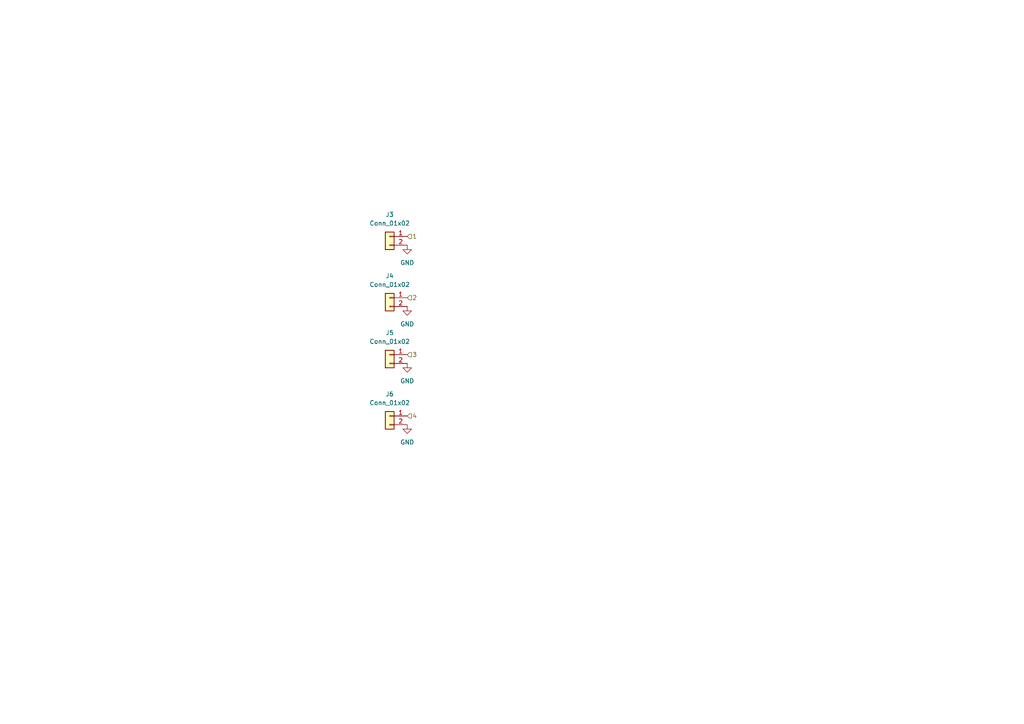
<source format=kicad_sch>
(kicad_sch (version 20231120) (generator "eeschema") (generator_version "8.0")
  (paper "A4")
  (lib_symbols
    (symbol "Connector_Generic:Conn_01x02" (pin_names (offset 1.016) hide)
      (property "Reference" "J" (at 0 2.54 0))
      (property "Value" "Conn_01x02" (at 0 -5.08 0))
      (symbol "Conn_01x02_1_1"
        (rectangle (start -1.27 -2.413) (end 0 -2.667) (stroke (width 0.1524)))
        (rectangle (start -1.27 0.127) (end 0 -0.127) (stroke (width 0.1524)))
        (rectangle (start -1.27 1.27) (end 1.27 -3.81) (stroke (width 0.254)) (fill (type background)))
        (pin passive line (at -5.08 0 0) (length 3.81) (name "Pin_1") (number "1"))
        (pin passive line (at -5.08 -2.54 0) (length 3.81) (name "Pin_2") (number "2"))
      )
    )
    (symbol "power:GND" (power) (pin_numbers hide) (pin_names (offset 0) hide)
      (property "Value" "GND" (at 0 -3.81 0))
      (symbol "GND_0_1"
        (polyline (pts (xy 0 0) (xy 0 -1.27) (xy 1.27 -1.27) (xy 0 -2.54) (xy -1.27 -1.27) (xy 0 -1.27)))
      )
      (symbol "GND_1_1"
        (pin power_in line (at 0 0 270) (length 0) (name "~") (number "1"))
      )
    )
  )
  (hierarchical_label "4" (shape input) (at 118.11 120.65 0))
  (hierarchical_label "2" (shape input) (at 118.11 86.36 0))
  (hierarchical_label "1" (shape input) (at 118.11 68.58 0))
  (hierarchical_label "3" (shape input) (at 118.11 102.87 0))
  (symbol (lib_id "power:GND") (at 118.11 71.12 0) (unit 1)
    (property "Reference" "#PWR0112" (effects (hide yes)))
    (property "Value" "GND" (at 118.11 76.2 0))
    (property "Description" "Power symbol creates a global label with name \"GND\" , ground" (effects (hide yes)))
  )
  (symbol (lib_id "power:GND") (at 118.11 88.9 0) (unit 1)
    (property "Reference" "#PWR0113" (effects (hide yes)))
    (property "Value" "GND" (at 118.11 93.98 0))
    (property "Description" "Power symbol creates a global label with name \"GND\" , ground" (effects (hide yes)))
  )
  (symbol (lib_id "Connector_Generic:Conn_01x02") (at 113.03 102.87 0) (mirror y) (unit 1)
    (property "Reference" "J5" (at 113.03 96.52 0))
    (property "Value" "Conn_01x02" (at 113.03 99.06 0))
    (property "Footprint" "footprints:1-1337445-0" (effects (hide yes)))
    (property "Description" "Generic connector, single row, 01x02, script generated (kicad-library-utils/schlib/autogen/connector/)" (effects (hide yes)))
  )
  (symbol (lib_id "Connector_Generic:Conn_01x02") (at 113.03 120.65 0) (mirror y) (unit 1)
    (property "Reference" "J6" (at 113.03 114.3 0))
    (property "Value" "Conn_01x02" (at 113.03 116.84 0))
    (property "Footprint" "footprints:1-1337445-0" (effects (hide yes)))
    (property "Description" "Generic connector, single row, 01x02, script generated (kicad-library-utils/schlib/autogen/connector/)" (effects (hide yes)))
  )
  (symbol (lib_id "power:GND") (at 118.11 105.41 0) (unit 1)
    (property "Reference" "#PWR0114" (effects (hide yes)))
    (property "Value" "GND" (at 118.11 110.49 0))
    (property "Description" "Power symbol creates a global label with name \"GND\" , ground" (effects (hide yes)))
  )
  (symbol (lib_id "Connector_Generic:Conn_01x02") (at 113.03 68.58 0) (mirror y) (unit 1)
    (property "Reference" "J3" (at 113.03 62.23 0))
    (property "Value" "Conn_01x02" (at 113.03 64.77 0))
    (property "Footprint" "footprints:1-1337445-0" (effects (hide yes)))
    (property "Description" "Generic connector, single row, 01x02, script generated (kicad-library-utils/schlib/autogen/connector/)" (effects (hide yes)))
  )
  (symbol (lib_id "power:GND") (at 118.11 123.19 0) (unit 1)
    (property "Reference" "#PWR0115" (effects (hide yes)))
    (property "Value" "GND" (at 118.11 128.27 0))
    (property "Description" "Power symbol creates a global label with name \"GND\" , ground" (effects (hide yes)))
  )
  (symbol (lib_id "Connector_Generic:Conn_01x02") (at 113.03 86.36 0) (mirror y) (unit 1)
    (property "Reference" "J4" (at 113.03 80.01 0))
    (property "Value" "Conn_01x02" (at 113.03 82.55 0))
    (property "Footprint" "footprints:1-1337445-0" (effects (hide yes)))
    (property "Description" "Generic connector, single row, 01x02, script generated (kicad-library-utils/schlib/autogen/connector/)" (effects (hide yes)))
  )
)
</source>
